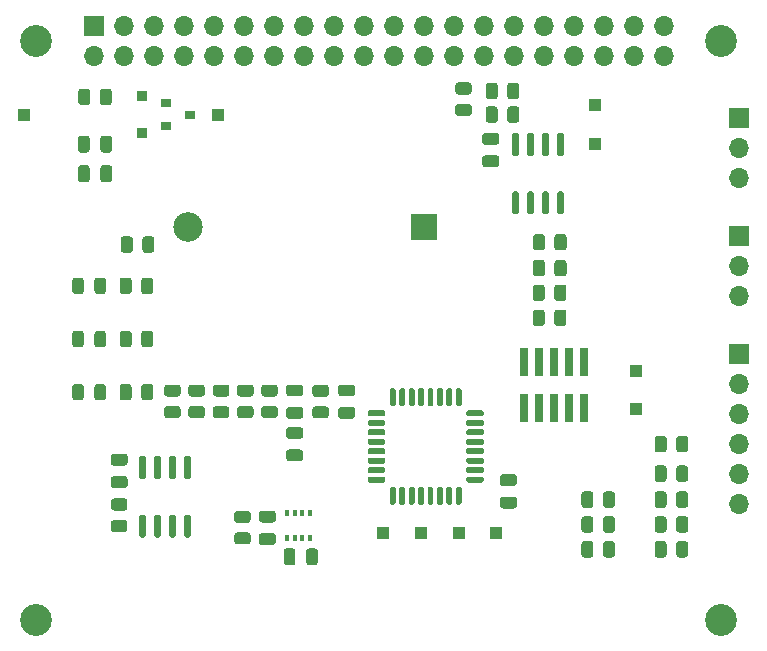
<source format=gts>
G04 #@! TF.GenerationSoftware,KiCad,Pcbnew,(5.1.8)-1*
G04 #@! TF.CreationDate,2020-12-29T20:44:18-05:00*
G04 #@! TF.ProjectId,rpi_sensor_hat,7270695f-7365-46e7-936f-725f6861742e,rev?*
G04 #@! TF.SameCoordinates,Original*
G04 #@! TF.FileFunction,Soldermask,Top*
G04 #@! TF.FilePolarity,Negative*
%FSLAX46Y46*%
G04 Gerber Fmt 4.6, Leading zero omitted, Abs format (unit mm)*
G04 Created by KiCad (PCBNEW (5.1.8)-1) date 2020-12-29 20:44:18*
%MOMM*%
%LPD*%
G01*
G04 APERTURE LIST*
%ADD10O,1.700000X1.700000*%
%ADD11R,1.700000X1.700000*%
%ADD12R,1.000000X1.000000*%
%ADD13R,0.740000X2.400000*%
%ADD14C,2.700000*%
%ADD15R,0.900000X0.800000*%
%ADD16R,0.950000X0.900000*%
%ADD17R,0.350000X0.500000*%
%ADD18C,2.500000*%
%ADD19R,2.170000X2.170000*%
G04 APERTURE END LIST*
G36*
G01*
X61700000Y-70549999D02*
X61700000Y-71450001D01*
G75*
G02*
X61450001Y-71700000I-249999J0D01*
G01*
X60924999Y-71700000D01*
G75*
G02*
X60675000Y-71450001I0J249999D01*
G01*
X60675000Y-70549999D01*
G75*
G02*
X60924999Y-70300000I249999J0D01*
G01*
X61450001Y-70300000D01*
G75*
G02*
X61700000Y-70549999I0J-249999D01*
G01*
G37*
G36*
G01*
X63525000Y-70549999D02*
X63525000Y-71450001D01*
G75*
G02*
X63275001Y-71700000I-249999J0D01*
G01*
X62749999Y-71700000D01*
G75*
G02*
X62500000Y-71450001I0J249999D01*
G01*
X62500000Y-70549999D01*
G75*
G02*
X62749999Y-70300000I249999J0D01*
G01*
X63275001Y-70300000D01*
G75*
G02*
X63525000Y-70549999I0J-249999D01*
G01*
G37*
D10*
X81233600Y-52482000D03*
X104093600Y-55022000D03*
X99013600Y-55022000D03*
X63453600Y-55022000D03*
X76153600Y-52482000D03*
X78693600Y-52482000D03*
X60913600Y-55022000D03*
X76153600Y-55022000D03*
X86313600Y-55022000D03*
X83773600Y-52482000D03*
X96473600Y-55022000D03*
X101553600Y-52482000D03*
X65993600Y-55022000D03*
X106633600Y-52482000D03*
X73613600Y-55022000D03*
X65993600Y-52482000D03*
X63453600Y-52482000D03*
X71073600Y-55022000D03*
X96473600Y-52482000D03*
X60913600Y-52482000D03*
X81233600Y-55022000D03*
X91393600Y-52482000D03*
X78693600Y-55022000D03*
X88853600Y-55022000D03*
X93933600Y-55022000D03*
X68533600Y-55022000D03*
X101553600Y-55022000D03*
X68533600Y-52482000D03*
X73613600Y-52482000D03*
X99013600Y-52482000D03*
X93933600Y-52482000D03*
X104093600Y-52482000D03*
X91393600Y-55022000D03*
X58373600Y-55022000D03*
X88853600Y-52482000D03*
X86313600Y-52482000D03*
X106633600Y-55022000D03*
X83773600Y-55022000D03*
D11*
X58373600Y-52482000D03*
D10*
X71073600Y-52482000D03*
G36*
G01*
X72824999Y-84675000D02*
X73725001Y-84675000D01*
G75*
G02*
X73975000Y-84924999I0J-249999D01*
G01*
X73975000Y-85450001D01*
G75*
G02*
X73725001Y-85700000I-249999J0D01*
G01*
X72824999Y-85700000D01*
G75*
G02*
X72575000Y-85450001I0J249999D01*
G01*
X72575000Y-84924999D01*
G75*
G02*
X72824999Y-84675000I249999J0D01*
G01*
G37*
G36*
G01*
X72824999Y-82850000D02*
X73725001Y-82850000D01*
G75*
G02*
X73975000Y-83099999I0J-249999D01*
G01*
X73975000Y-83625001D01*
G75*
G02*
X73725001Y-83875000I-249999J0D01*
G01*
X72824999Y-83875000D01*
G75*
G02*
X72575000Y-83625001I0J249999D01*
G01*
X72575000Y-83099999D01*
G75*
G02*
X72824999Y-82850000I249999J0D01*
G01*
G37*
D12*
X68900000Y-60000000D03*
G36*
G01*
X61600000Y-83049999D02*
X61600000Y-83950001D01*
G75*
G02*
X61350001Y-84200000I-249999J0D01*
G01*
X60824999Y-84200000D01*
G75*
G02*
X60575000Y-83950001I0J249999D01*
G01*
X60575000Y-83049999D01*
G75*
G02*
X60824999Y-82800000I249999J0D01*
G01*
X61350001Y-82800000D01*
G75*
G02*
X61600000Y-83049999I0J-249999D01*
G01*
G37*
G36*
G01*
X63425000Y-83049999D02*
X63425000Y-83950001D01*
G75*
G02*
X63175001Y-84200000I-249999J0D01*
G01*
X62649999Y-84200000D01*
G75*
G02*
X62400000Y-83950001I0J249999D01*
G01*
X62400000Y-83049999D01*
G75*
G02*
X62649999Y-82800000I249999J0D01*
G01*
X63175001Y-82800000D01*
G75*
G02*
X63425000Y-83049999I0J-249999D01*
G01*
G37*
G36*
G01*
X61600000Y-78549999D02*
X61600000Y-79450001D01*
G75*
G02*
X61350001Y-79700000I-249999J0D01*
G01*
X60824999Y-79700000D01*
G75*
G02*
X60575000Y-79450001I0J249999D01*
G01*
X60575000Y-78549999D01*
G75*
G02*
X60824999Y-78300000I249999J0D01*
G01*
X61350001Y-78300000D01*
G75*
G02*
X61600000Y-78549999I0J-249999D01*
G01*
G37*
G36*
G01*
X63425000Y-78549999D02*
X63425000Y-79450001D01*
G75*
G02*
X63175001Y-79700000I-249999J0D01*
G01*
X62649999Y-79700000D01*
G75*
G02*
X62400000Y-79450001I0J249999D01*
G01*
X62400000Y-78549999D01*
G75*
G02*
X62649999Y-78300000I249999J0D01*
G01*
X63175001Y-78300000D01*
G75*
G02*
X63425000Y-78549999I0J-249999D01*
G01*
G37*
G36*
G01*
X77149999Y-84700000D02*
X78050001Y-84700000D01*
G75*
G02*
X78300000Y-84949999I0J-249999D01*
G01*
X78300000Y-85475001D01*
G75*
G02*
X78050001Y-85725000I-249999J0D01*
G01*
X77149999Y-85725000D01*
G75*
G02*
X76900000Y-85475001I0J249999D01*
G01*
X76900000Y-84949999D01*
G75*
G02*
X77149999Y-84700000I249999J0D01*
G01*
G37*
G36*
G01*
X77149999Y-82875000D02*
X78050001Y-82875000D01*
G75*
G02*
X78300000Y-83124999I0J-249999D01*
G01*
X78300000Y-83650001D01*
G75*
G02*
X78050001Y-83900000I-249999J0D01*
G01*
X77149999Y-83900000D01*
G75*
G02*
X76900000Y-83650001I0J249999D01*
G01*
X76900000Y-83124999D01*
G75*
G02*
X77149999Y-82875000I249999J0D01*
G01*
G37*
G36*
G01*
X100700000Y-96349999D02*
X100700000Y-97250001D01*
G75*
G02*
X100450001Y-97500000I-249999J0D01*
G01*
X99924999Y-97500000D01*
G75*
G02*
X99675000Y-97250001I0J249999D01*
G01*
X99675000Y-96349999D01*
G75*
G02*
X99924999Y-96100000I249999J0D01*
G01*
X100450001Y-96100000D01*
G75*
G02*
X100700000Y-96349999I0J-249999D01*
G01*
G37*
G36*
G01*
X102525000Y-96349999D02*
X102525000Y-97250001D01*
G75*
G02*
X102275001Y-97500000I-249999J0D01*
G01*
X101749999Y-97500000D01*
G75*
G02*
X101500000Y-97250001I0J249999D01*
G01*
X101500000Y-96349999D01*
G75*
G02*
X101749999Y-96100000I249999J0D01*
G01*
X102275001Y-96100000D01*
G75*
G02*
X102525000Y-96349999I0J-249999D01*
G01*
G37*
G36*
G01*
X106900000Y-96349999D02*
X106900000Y-97250001D01*
G75*
G02*
X106650001Y-97500000I-249999J0D01*
G01*
X106124999Y-97500000D01*
G75*
G02*
X105875000Y-97250001I0J249999D01*
G01*
X105875000Y-96349999D01*
G75*
G02*
X106124999Y-96100000I249999J0D01*
G01*
X106650001Y-96100000D01*
G75*
G02*
X106900000Y-96349999I0J-249999D01*
G01*
G37*
G36*
G01*
X108725000Y-96349999D02*
X108725000Y-97250001D01*
G75*
G02*
X108475001Y-97500000I-249999J0D01*
G01*
X107949999Y-97500000D01*
G75*
G02*
X107700000Y-97250001I0J249999D01*
G01*
X107700000Y-96349999D01*
G75*
G02*
X107949999Y-96100000I249999J0D01*
G01*
X108475001Y-96100000D01*
G75*
G02*
X108725000Y-96349999I0J-249999D01*
G01*
G37*
G36*
G01*
X97390000Y-75540001D02*
X97390000Y-74639999D01*
G75*
G02*
X97639999Y-74390000I249999J0D01*
G01*
X98165001Y-74390000D01*
G75*
G02*
X98415000Y-74639999I0J-249999D01*
G01*
X98415000Y-75540001D01*
G75*
G02*
X98165001Y-75790000I-249999J0D01*
G01*
X97639999Y-75790000D01*
G75*
G02*
X97390000Y-75540001I0J249999D01*
G01*
G37*
G36*
G01*
X95565000Y-75540001D02*
X95565000Y-74639999D01*
G75*
G02*
X95814999Y-74390000I249999J0D01*
G01*
X96340001Y-74390000D01*
G75*
G02*
X96590000Y-74639999I0J-249999D01*
G01*
X96590000Y-75540001D01*
G75*
G02*
X96340001Y-75790000I-249999J0D01*
G01*
X95814999Y-75790000D01*
G75*
G02*
X95565000Y-75540001I0J249999D01*
G01*
G37*
G36*
G01*
X97380000Y-77650001D02*
X97380000Y-76749999D01*
G75*
G02*
X97629999Y-76500000I249999J0D01*
G01*
X98155001Y-76500000D01*
G75*
G02*
X98405000Y-76749999I0J-249999D01*
G01*
X98405000Y-77650001D01*
G75*
G02*
X98155001Y-77900000I-249999J0D01*
G01*
X97629999Y-77900000D01*
G75*
G02*
X97380000Y-77650001I0J249999D01*
G01*
G37*
G36*
G01*
X95555000Y-77650001D02*
X95555000Y-76749999D01*
G75*
G02*
X95804999Y-76500000I249999J0D01*
G01*
X96330001Y-76500000D01*
G75*
G02*
X96580000Y-76749999I0J-249999D01*
G01*
X96580000Y-77650001D01*
G75*
G02*
X96330001Y-77900000I-249999J0D01*
G01*
X95804999Y-77900000D01*
G75*
G02*
X95555000Y-77650001I0J249999D01*
G01*
G37*
G36*
G01*
X100700000Y-94249999D02*
X100700000Y-95150001D01*
G75*
G02*
X100450001Y-95400000I-249999J0D01*
G01*
X99924999Y-95400000D01*
G75*
G02*
X99675000Y-95150001I0J249999D01*
G01*
X99675000Y-94249999D01*
G75*
G02*
X99924999Y-94000000I249999J0D01*
G01*
X100450001Y-94000000D01*
G75*
G02*
X100700000Y-94249999I0J-249999D01*
G01*
G37*
G36*
G01*
X102525000Y-94249999D02*
X102525000Y-95150001D01*
G75*
G02*
X102275001Y-95400000I-249999J0D01*
G01*
X101749999Y-95400000D01*
G75*
G02*
X101500000Y-95150001I0J249999D01*
G01*
X101500000Y-94249999D01*
G75*
G02*
X101749999Y-94000000I249999J0D01*
G01*
X102275001Y-94000000D01*
G75*
G02*
X102525000Y-94249999I0J-249999D01*
G01*
G37*
G36*
G01*
X106900000Y-94249999D02*
X106900000Y-95150001D01*
G75*
G02*
X106650001Y-95400000I-249999J0D01*
G01*
X106124999Y-95400000D01*
G75*
G02*
X105875000Y-95150001I0J249999D01*
G01*
X105875000Y-94249999D01*
G75*
G02*
X106124999Y-94000000I249999J0D01*
G01*
X106650001Y-94000000D01*
G75*
G02*
X106900000Y-94249999I0J-249999D01*
G01*
G37*
G36*
G01*
X108725000Y-94249999D02*
X108725000Y-95150001D01*
G75*
G02*
X108475001Y-95400000I-249999J0D01*
G01*
X107949999Y-95400000D01*
G75*
G02*
X107700000Y-95150001I0J249999D01*
G01*
X107700000Y-94249999D01*
G75*
G02*
X107949999Y-94000000I249999J0D01*
G01*
X108475001Y-94000000D01*
G75*
G02*
X108725000Y-94249999I0J-249999D01*
G01*
G37*
G36*
G01*
X96600000Y-70349999D02*
X96600000Y-71250001D01*
G75*
G02*
X96350001Y-71500000I-249999J0D01*
G01*
X95824999Y-71500000D01*
G75*
G02*
X95575000Y-71250001I0J249999D01*
G01*
X95575000Y-70349999D01*
G75*
G02*
X95824999Y-70100000I249999J0D01*
G01*
X96350001Y-70100000D01*
G75*
G02*
X96600000Y-70349999I0J-249999D01*
G01*
G37*
G36*
G01*
X98425000Y-70349999D02*
X98425000Y-71250001D01*
G75*
G02*
X98175001Y-71500000I-249999J0D01*
G01*
X97649999Y-71500000D01*
G75*
G02*
X97400000Y-71250001I0J249999D01*
G01*
X97400000Y-70349999D01*
G75*
G02*
X97649999Y-70100000I249999J0D01*
G01*
X98175001Y-70100000D01*
G75*
G02*
X98425000Y-70349999I0J-249999D01*
G01*
G37*
G36*
G01*
X97400000Y-73450001D02*
X97400000Y-72549999D01*
G75*
G02*
X97649999Y-72300000I249999J0D01*
G01*
X98175001Y-72300000D01*
G75*
G02*
X98425000Y-72549999I0J-249999D01*
G01*
X98425000Y-73450001D01*
G75*
G02*
X98175001Y-73700000I-249999J0D01*
G01*
X97649999Y-73700000D01*
G75*
G02*
X97400000Y-73450001I0J249999D01*
G01*
G37*
G36*
G01*
X95575000Y-73450001D02*
X95575000Y-72549999D01*
G75*
G02*
X95824999Y-72300000I249999J0D01*
G01*
X96350001Y-72300000D01*
G75*
G02*
X96600000Y-72549999I0J-249999D01*
G01*
X96600000Y-73450001D01*
G75*
G02*
X96350001Y-73700000I-249999J0D01*
G01*
X95824999Y-73700000D01*
G75*
G02*
X95575000Y-73450001I0J249999D01*
G01*
G37*
G36*
G01*
X100700000Y-92149999D02*
X100700000Y-93050001D01*
G75*
G02*
X100450001Y-93300000I-249999J0D01*
G01*
X99924999Y-93300000D01*
G75*
G02*
X99675000Y-93050001I0J249999D01*
G01*
X99675000Y-92149999D01*
G75*
G02*
X99924999Y-91900000I249999J0D01*
G01*
X100450001Y-91900000D01*
G75*
G02*
X100700000Y-92149999I0J-249999D01*
G01*
G37*
G36*
G01*
X102525000Y-92149999D02*
X102525000Y-93050001D01*
G75*
G02*
X102275001Y-93300000I-249999J0D01*
G01*
X101749999Y-93300000D01*
G75*
G02*
X101500000Y-93050001I0J249999D01*
G01*
X101500000Y-92149999D01*
G75*
G02*
X101749999Y-91900000I249999J0D01*
G01*
X102275001Y-91900000D01*
G75*
G02*
X102525000Y-92149999I0J-249999D01*
G01*
G37*
G36*
G01*
X106900000Y-92149999D02*
X106900000Y-93050001D01*
G75*
G02*
X106650001Y-93300000I-249999J0D01*
G01*
X106124999Y-93300000D01*
G75*
G02*
X105875000Y-93050001I0J249999D01*
G01*
X105875000Y-92149999D01*
G75*
G02*
X106124999Y-91900000I249999J0D01*
G01*
X106650001Y-91900000D01*
G75*
G02*
X106900000Y-92149999I0J-249999D01*
G01*
G37*
G36*
G01*
X108725000Y-92149999D02*
X108725000Y-93050001D01*
G75*
G02*
X108475001Y-93300000I-249999J0D01*
G01*
X107949999Y-93300000D01*
G75*
G02*
X107700000Y-93050001I0J249999D01*
G01*
X107700000Y-92149999D01*
G75*
G02*
X107949999Y-91900000I249999J0D01*
G01*
X108475001Y-91900000D01*
G75*
G02*
X108725000Y-92149999I0J-249999D01*
G01*
G37*
G36*
G01*
X60089999Y-94320000D02*
X60990001Y-94320000D01*
G75*
G02*
X61240000Y-94569999I0J-249999D01*
G01*
X61240000Y-95095001D01*
G75*
G02*
X60990001Y-95345000I-249999J0D01*
G01*
X60089999Y-95345000D01*
G75*
G02*
X59840000Y-95095001I0J249999D01*
G01*
X59840000Y-94569999D01*
G75*
G02*
X60089999Y-94320000I249999J0D01*
G01*
G37*
G36*
G01*
X60089999Y-92495000D02*
X60990001Y-92495000D01*
G75*
G02*
X61240000Y-92744999I0J-249999D01*
G01*
X61240000Y-93270001D01*
G75*
G02*
X60990001Y-93520000I-249999J0D01*
G01*
X60089999Y-93520000D01*
G75*
G02*
X59840000Y-93270001I0J249999D01*
G01*
X59840000Y-92744999D01*
G75*
G02*
X60089999Y-92495000I249999J0D01*
G01*
G37*
D13*
X99940000Y-80950000D03*
X99940000Y-84850000D03*
X98670000Y-80950000D03*
X98670000Y-84850000D03*
X97400000Y-80950000D03*
X97400000Y-84850000D03*
X96130000Y-80950000D03*
X96130000Y-84850000D03*
X94860000Y-80950000D03*
X94860000Y-84850000D03*
D10*
X113000000Y-75330000D03*
X113000000Y-72790000D03*
D11*
X113000000Y-70250000D03*
D14*
X53500000Y-53750000D03*
X111500000Y-102750000D03*
X53500000Y-102750000D03*
X111500000Y-53750000D03*
G36*
G01*
X58450000Y-83956250D02*
X58450000Y-83043750D01*
G75*
G02*
X58693750Y-82800000I243750J0D01*
G01*
X59181250Y-82800000D01*
G75*
G02*
X59425000Y-83043750I0J-243750D01*
G01*
X59425000Y-83956250D01*
G75*
G02*
X59181250Y-84200000I-243750J0D01*
G01*
X58693750Y-84200000D01*
G75*
G02*
X58450000Y-83956250I0J243750D01*
G01*
G37*
G36*
G01*
X56575000Y-83956250D02*
X56575000Y-83043750D01*
G75*
G02*
X56818750Y-82800000I243750J0D01*
G01*
X57306250Y-82800000D01*
G75*
G02*
X57550000Y-83043750I0J-243750D01*
G01*
X57550000Y-83956250D01*
G75*
G02*
X57306250Y-84200000I-243750J0D01*
G01*
X56818750Y-84200000D01*
G75*
G02*
X56575000Y-83956250I0J243750D01*
G01*
G37*
G36*
G01*
X58450000Y-79456250D02*
X58450000Y-78543750D01*
G75*
G02*
X58693750Y-78300000I243750J0D01*
G01*
X59181250Y-78300000D01*
G75*
G02*
X59425000Y-78543750I0J-243750D01*
G01*
X59425000Y-79456250D01*
G75*
G02*
X59181250Y-79700000I-243750J0D01*
G01*
X58693750Y-79700000D01*
G75*
G02*
X58450000Y-79456250I0J243750D01*
G01*
G37*
G36*
G01*
X56575000Y-79456250D02*
X56575000Y-78543750D01*
G75*
G02*
X56818750Y-78300000I243750J0D01*
G01*
X57306250Y-78300000D01*
G75*
G02*
X57550000Y-78543750I0J-243750D01*
G01*
X57550000Y-79456250D01*
G75*
G02*
X57306250Y-79700000I-243750J0D01*
G01*
X56818750Y-79700000D01*
G75*
G02*
X56575000Y-79456250I0J243750D01*
G01*
G37*
G36*
G01*
X75875000Y-83850000D02*
X74925000Y-83850000D01*
G75*
G02*
X74675000Y-83600000I0J250000D01*
G01*
X74675000Y-83100000D01*
G75*
G02*
X74925000Y-82850000I250000J0D01*
G01*
X75875000Y-82850000D01*
G75*
G02*
X76125000Y-83100000I0J-250000D01*
G01*
X76125000Y-83600000D01*
G75*
G02*
X75875000Y-83850000I-250000J0D01*
G01*
G37*
G36*
G01*
X75875000Y-85750000D02*
X74925000Y-85750000D01*
G75*
G02*
X74675000Y-85500000I0J250000D01*
G01*
X74675000Y-85000000D01*
G75*
G02*
X74925000Y-84750000I250000J0D01*
G01*
X75875000Y-84750000D01*
G75*
G02*
X76125000Y-85000000I0J-250000D01*
G01*
X76125000Y-85500000D01*
G75*
G02*
X75875000Y-85750000I-250000J0D01*
G01*
G37*
D12*
X86100000Y-95450000D03*
X89300000Y-95450000D03*
X104300000Y-84925000D03*
X82850000Y-95450000D03*
X100800000Y-62500000D03*
X104300000Y-81725000D03*
X92475000Y-95450000D03*
X100800000Y-59200000D03*
X52500000Y-60000000D03*
G36*
G01*
X83450000Y-84550000D02*
X83450000Y-83300000D01*
G75*
G02*
X83575000Y-83175000I125000J0D01*
G01*
X83825000Y-83175000D01*
G75*
G02*
X83950000Y-83300000I0J-125000D01*
G01*
X83950000Y-84550000D01*
G75*
G02*
X83825000Y-84675000I-125000J0D01*
G01*
X83575000Y-84675000D01*
G75*
G02*
X83450000Y-84550000I0J125000D01*
G01*
G37*
G36*
G01*
X84250000Y-84550000D02*
X84250000Y-83300000D01*
G75*
G02*
X84375000Y-83175000I125000J0D01*
G01*
X84625000Y-83175000D01*
G75*
G02*
X84750000Y-83300000I0J-125000D01*
G01*
X84750000Y-84550000D01*
G75*
G02*
X84625000Y-84675000I-125000J0D01*
G01*
X84375000Y-84675000D01*
G75*
G02*
X84250000Y-84550000I0J125000D01*
G01*
G37*
G36*
G01*
X85050000Y-84550000D02*
X85050000Y-83300000D01*
G75*
G02*
X85175000Y-83175000I125000J0D01*
G01*
X85425000Y-83175000D01*
G75*
G02*
X85550000Y-83300000I0J-125000D01*
G01*
X85550000Y-84550000D01*
G75*
G02*
X85425000Y-84675000I-125000J0D01*
G01*
X85175000Y-84675000D01*
G75*
G02*
X85050000Y-84550000I0J125000D01*
G01*
G37*
G36*
G01*
X85850000Y-84550000D02*
X85850000Y-83300000D01*
G75*
G02*
X85975000Y-83175000I125000J0D01*
G01*
X86225000Y-83175000D01*
G75*
G02*
X86350000Y-83300000I0J-125000D01*
G01*
X86350000Y-84550000D01*
G75*
G02*
X86225000Y-84675000I-125000J0D01*
G01*
X85975000Y-84675000D01*
G75*
G02*
X85850000Y-84550000I0J125000D01*
G01*
G37*
G36*
G01*
X86650000Y-84550000D02*
X86650000Y-83300000D01*
G75*
G02*
X86775000Y-83175000I125000J0D01*
G01*
X87025000Y-83175000D01*
G75*
G02*
X87150000Y-83300000I0J-125000D01*
G01*
X87150000Y-84550000D01*
G75*
G02*
X87025000Y-84675000I-125000J0D01*
G01*
X86775000Y-84675000D01*
G75*
G02*
X86650000Y-84550000I0J125000D01*
G01*
G37*
G36*
G01*
X87450000Y-84550000D02*
X87450000Y-83300000D01*
G75*
G02*
X87575000Y-83175000I125000J0D01*
G01*
X87825000Y-83175000D01*
G75*
G02*
X87950000Y-83300000I0J-125000D01*
G01*
X87950000Y-84550000D01*
G75*
G02*
X87825000Y-84675000I-125000J0D01*
G01*
X87575000Y-84675000D01*
G75*
G02*
X87450000Y-84550000I0J125000D01*
G01*
G37*
G36*
G01*
X88250000Y-84550000D02*
X88250000Y-83300000D01*
G75*
G02*
X88375000Y-83175000I125000J0D01*
G01*
X88625000Y-83175000D01*
G75*
G02*
X88750000Y-83300000I0J-125000D01*
G01*
X88750000Y-84550000D01*
G75*
G02*
X88625000Y-84675000I-125000J0D01*
G01*
X88375000Y-84675000D01*
G75*
G02*
X88250000Y-84550000I0J125000D01*
G01*
G37*
G36*
G01*
X89050000Y-84550000D02*
X89050000Y-83300000D01*
G75*
G02*
X89175000Y-83175000I125000J0D01*
G01*
X89425000Y-83175000D01*
G75*
G02*
X89550000Y-83300000I0J-125000D01*
G01*
X89550000Y-84550000D01*
G75*
G02*
X89425000Y-84675000I-125000J0D01*
G01*
X89175000Y-84675000D01*
G75*
G02*
X89050000Y-84550000I0J125000D01*
G01*
G37*
G36*
G01*
X89925000Y-85425000D02*
X89925000Y-85175000D01*
G75*
G02*
X90050000Y-85050000I125000J0D01*
G01*
X91300000Y-85050000D01*
G75*
G02*
X91425000Y-85175000I0J-125000D01*
G01*
X91425000Y-85425000D01*
G75*
G02*
X91300000Y-85550000I-125000J0D01*
G01*
X90050000Y-85550000D01*
G75*
G02*
X89925000Y-85425000I0J125000D01*
G01*
G37*
G36*
G01*
X89925000Y-86225000D02*
X89925000Y-85975000D01*
G75*
G02*
X90050000Y-85850000I125000J0D01*
G01*
X91300000Y-85850000D01*
G75*
G02*
X91425000Y-85975000I0J-125000D01*
G01*
X91425000Y-86225000D01*
G75*
G02*
X91300000Y-86350000I-125000J0D01*
G01*
X90050000Y-86350000D01*
G75*
G02*
X89925000Y-86225000I0J125000D01*
G01*
G37*
G36*
G01*
X89925000Y-87025000D02*
X89925000Y-86775000D01*
G75*
G02*
X90050000Y-86650000I125000J0D01*
G01*
X91300000Y-86650000D01*
G75*
G02*
X91425000Y-86775000I0J-125000D01*
G01*
X91425000Y-87025000D01*
G75*
G02*
X91300000Y-87150000I-125000J0D01*
G01*
X90050000Y-87150000D01*
G75*
G02*
X89925000Y-87025000I0J125000D01*
G01*
G37*
G36*
G01*
X89925000Y-87825000D02*
X89925000Y-87575000D01*
G75*
G02*
X90050000Y-87450000I125000J0D01*
G01*
X91300000Y-87450000D01*
G75*
G02*
X91425000Y-87575000I0J-125000D01*
G01*
X91425000Y-87825000D01*
G75*
G02*
X91300000Y-87950000I-125000J0D01*
G01*
X90050000Y-87950000D01*
G75*
G02*
X89925000Y-87825000I0J125000D01*
G01*
G37*
G36*
G01*
X89925000Y-88625000D02*
X89925000Y-88375000D01*
G75*
G02*
X90050000Y-88250000I125000J0D01*
G01*
X91300000Y-88250000D01*
G75*
G02*
X91425000Y-88375000I0J-125000D01*
G01*
X91425000Y-88625000D01*
G75*
G02*
X91300000Y-88750000I-125000J0D01*
G01*
X90050000Y-88750000D01*
G75*
G02*
X89925000Y-88625000I0J125000D01*
G01*
G37*
G36*
G01*
X89925000Y-89425000D02*
X89925000Y-89175000D01*
G75*
G02*
X90050000Y-89050000I125000J0D01*
G01*
X91300000Y-89050000D01*
G75*
G02*
X91425000Y-89175000I0J-125000D01*
G01*
X91425000Y-89425000D01*
G75*
G02*
X91300000Y-89550000I-125000J0D01*
G01*
X90050000Y-89550000D01*
G75*
G02*
X89925000Y-89425000I0J125000D01*
G01*
G37*
G36*
G01*
X89925000Y-90225000D02*
X89925000Y-89975000D01*
G75*
G02*
X90050000Y-89850000I125000J0D01*
G01*
X91300000Y-89850000D01*
G75*
G02*
X91425000Y-89975000I0J-125000D01*
G01*
X91425000Y-90225000D01*
G75*
G02*
X91300000Y-90350000I-125000J0D01*
G01*
X90050000Y-90350000D01*
G75*
G02*
X89925000Y-90225000I0J125000D01*
G01*
G37*
G36*
G01*
X89925000Y-91025000D02*
X89925000Y-90775000D01*
G75*
G02*
X90050000Y-90650000I125000J0D01*
G01*
X91300000Y-90650000D01*
G75*
G02*
X91425000Y-90775000I0J-125000D01*
G01*
X91425000Y-91025000D01*
G75*
G02*
X91300000Y-91150000I-125000J0D01*
G01*
X90050000Y-91150000D01*
G75*
G02*
X89925000Y-91025000I0J125000D01*
G01*
G37*
G36*
G01*
X89050000Y-92900000D02*
X89050000Y-91650000D01*
G75*
G02*
X89175000Y-91525000I125000J0D01*
G01*
X89425000Y-91525000D01*
G75*
G02*
X89550000Y-91650000I0J-125000D01*
G01*
X89550000Y-92900000D01*
G75*
G02*
X89425000Y-93025000I-125000J0D01*
G01*
X89175000Y-93025000D01*
G75*
G02*
X89050000Y-92900000I0J125000D01*
G01*
G37*
G36*
G01*
X88250000Y-92900000D02*
X88250000Y-91650000D01*
G75*
G02*
X88375000Y-91525000I125000J0D01*
G01*
X88625000Y-91525000D01*
G75*
G02*
X88750000Y-91650000I0J-125000D01*
G01*
X88750000Y-92900000D01*
G75*
G02*
X88625000Y-93025000I-125000J0D01*
G01*
X88375000Y-93025000D01*
G75*
G02*
X88250000Y-92900000I0J125000D01*
G01*
G37*
G36*
G01*
X87450000Y-92900000D02*
X87450000Y-91650000D01*
G75*
G02*
X87575000Y-91525000I125000J0D01*
G01*
X87825000Y-91525000D01*
G75*
G02*
X87950000Y-91650000I0J-125000D01*
G01*
X87950000Y-92900000D01*
G75*
G02*
X87825000Y-93025000I-125000J0D01*
G01*
X87575000Y-93025000D01*
G75*
G02*
X87450000Y-92900000I0J125000D01*
G01*
G37*
G36*
G01*
X86650000Y-92900000D02*
X86650000Y-91650000D01*
G75*
G02*
X86775000Y-91525000I125000J0D01*
G01*
X87025000Y-91525000D01*
G75*
G02*
X87150000Y-91650000I0J-125000D01*
G01*
X87150000Y-92900000D01*
G75*
G02*
X87025000Y-93025000I-125000J0D01*
G01*
X86775000Y-93025000D01*
G75*
G02*
X86650000Y-92900000I0J125000D01*
G01*
G37*
G36*
G01*
X85850000Y-92900000D02*
X85850000Y-91650000D01*
G75*
G02*
X85975000Y-91525000I125000J0D01*
G01*
X86225000Y-91525000D01*
G75*
G02*
X86350000Y-91650000I0J-125000D01*
G01*
X86350000Y-92900000D01*
G75*
G02*
X86225000Y-93025000I-125000J0D01*
G01*
X85975000Y-93025000D01*
G75*
G02*
X85850000Y-92900000I0J125000D01*
G01*
G37*
G36*
G01*
X85050000Y-92900000D02*
X85050000Y-91650000D01*
G75*
G02*
X85175000Y-91525000I125000J0D01*
G01*
X85425000Y-91525000D01*
G75*
G02*
X85550000Y-91650000I0J-125000D01*
G01*
X85550000Y-92900000D01*
G75*
G02*
X85425000Y-93025000I-125000J0D01*
G01*
X85175000Y-93025000D01*
G75*
G02*
X85050000Y-92900000I0J125000D01*
G01*
G37*
G36*
G01*
X84250000Y-92900000D02*
X84250000Y-91650000D01*
G75*
G02*
X84375000Y-91525000I125000J0D01*
G01*
X84625000Y-91525000D01*
G75*
G02*
X84750000Y-91650000I0J-125000D01*
G01*
X84750000Y-92900000D01*
G75*
G02*
X84625000Y-93025000I-125000J0D01*
G01*
X84375000Y-93025000D01*
G75*
G02*
X84250000Y-92900000I0J125000D01*
G01*
G37*
G36*
G01*
X83450000Y-92900000D02*
X83450000Y-91650000D01*
G75*
G02*
X83575000Y-91525000I125000J0D01*
G01*
X83825000Y-91525000D01*
G75*
G02*
X83950000Y-91650000I0J-125000D01*
G01*
X83950000Y-92900000D01*
G75*
G02*
X83825000Y-93025000I-125000J0D01*
G01*
X83575000Y-93025000D01*
G75*
G02*
X83450000Y-92900000I0J125000D01*
G01*
G37*
G36*
G01*
X81575000Y-91025000D02*
X81575000Y-90775000D01*
G75*
G02*
X81700000Y-90650000I125000J0D01*
G01*
X82950000Y-90650000D01*
G75*
G02*
X83075000Y-90775000I0J-125000D01*
G01*
X83075000Y-91025000D01*
G75*
G02*
X82950000Y-91150000I-125000J0D01*
G01*
X81700000Y-91150000D01*
G75*
G02*
X81575000Y-91025000I0J125000D01*
G01*
G37*
G36*
G01*
X81575000Y-90225000D02*
X81575000Y-89975000D01*
G75*
G02*
X81700000Y-89850000I125000J0D01*
G01*
X82950000Y-89850000D01*
G75*
G02*
X83075000Y-89975000I0J-125000D01*
G01*
X83075000Y-90225000D01*
G75*
G02*
X82950000Y-90350000I-125000J0D01*
G01*
X81700000Y-90350000D01*
G75*
G02*
X81575000Y-90225000I0J125000D01*
G01*
G37*
G36*
G01*
X81575000Y-89425000D02*
X81575000Y-89175000D01*
G75*
G02*
X81700000Y-89050000I125000J0D01*
G01*
X82950000Y-89050000D01*
G75*
G02*
X83075000Y-89175000I0J-125000D01*
G01*
X83075000Y-89425000D01*
G75*
G02*
X82950000Y-89550000I-125000J0D01*
G01*
X81700000Y-89550000D01*
G75*
G02*
X81575000Y-89425000I0J125000D01*
G01*
G37*
G36*
G01*
X81575000Y-88625000D02*
X81575000Y-88375000D01*
G75*
G02*
X81700000Y-88250000I125000J0D01*
G01*
X82950000Y-88250000D01*
G75*
G02*
X83075000Y-88375000I0J-125000D01*
G01*
X83075000Y-88625000D01*
G75*
G02*
X82950000Y-88750000I-125000J0D01*
G01*
X81700000Y-88750000D01*
G75*
G02*
X81575000Y-88625000I0J125000D01*
G01*
G37*
G36*
G01*
X81575000Y-87825000D02*
X81575000Y-87575000D01*
G75*
G02*
X81700000Y-87450000I125000J0D01*
G01*
X82950000Y-87450000D01*
G75*
G02*
X83075000Y-87575000I0J-125000D01*
G01*
X83075000Y-87825000D01*
G75*
G02*
X82950000Y-87950000I-125000J0D01*
G01*
X81700000Y-87950000D01*
G75*
G02*
X81575000Y-87825000I0J125000D01*
G01*
G37*
G36*
G01*
X81575000Y-87025000D02*
X81575000Y-86775000D01*
G75*
G02*
X81700000Y-86650000I125000J0D01*
G01*
X82950000Y-86650000D01*
G75*
G02*
X83075000Y-86775000I0J-125000D01*
G01*
X83075000Y-87025000D01*
G75*
G02*
X82950000Y-87150000I-125000J0D01*
G01*
X81700000Y-87150000D01*
G75*
G02*
X81575000Y-87025000I0J125000D01*
G01*
G37*
G36*
G01*
X81575000Y-86225000D02*
X81575000Y-85975000D01*
G75*
G02*
X81700000Y-85850000I125000J0D01*
G01*
X82950000Y-85850000D01*
G75*
G02*
X83075000Y-85975000I0J-125000D01*
G01*
X83075000Y-86225000D01*
G75*
G02*
X82950000Y-86350000I-125000J0D01*
G01*
X81700000Y-86350000D01*
G75*
G02*
X81575000Y-86225000I0J125000D01*
G01*
G37*
G36*
G01*
X81575000Y-85425000D02*
X81575000Y-85175000D01*
G75*
G02*
X81700000Y-85050000I125000J0D01*
G01*
X82950000Y-85050000D01*
G75*
G02*
X83075000Y-85175000I0J-125000D01*
G01*
X83075000Y-85425000D01*
G75*
G02*
X82950000Y-85550000I-125000J0D01*
G01*
X81700000Y-85550000D01*
G75*
G02*
X81575000Y-85425000I0J125000D01*
G01*
G37*
G36*
G01*
X62675000Y-90860000D02*
X62375000Y-90860000D01*
G75*
G02*
X62225000Y-90710000I0J150000D01*
G01*
X62225000Y-89060000D01*
G75*
G02*
X62375000Y-88910000I150000J0D01*
G01*
X62675000Y-88910000D01*
G75*
G02*
X62825000Y-89060000I0J-150000D01*
G01*
X62825000Y-90710000D01*
G75*
G02*
X62675000Y-90860000I-150000J0D01*
G01*
G37*
G36*
G01*
X63945000Y-90860000D02*
X63645000Y-90860000D01*
G75*
G02*
X63495000Y-90710000I0J150000D01*
G01*
X63495000Y-89060000D01*
G75*
G02*
X63645000Y-88910000I150000J0D01*
G01*
X63945000Y-88910000D01*
G75*
G02*
X64095000Y-89060000I0J-150000D01*
G01*
X64095000Y-90710000D01*
G75*
G02*
X63945000Y-90860000I-150000J0D01*
G01*
G37*
G36*
G01*
X65215000Y-90860000D02*
X64915000Y-90860000D01*
G75*
G02*
X64765000Y-90710000I0J150000D01*
G01*
X64765000Y-89060000D01*
G75*
G02*
X64915000Y-88910000I150000J0D01*
G01*
X65215000Y-88910000D01*
G75*
G02*
X65365000Y-89060000I0J-150000D01*
G01*
X65365000Y-90710000D01*
G75*
G02*
X65215000Y-90860000I-150000J0D01*
G01*
G37*
G36*
G01*
X66485000Y-90860000D02*
X66185000Y-90860000D01*
G75*
G02*
X66035000Y-90710000I0J150000D01*
G01*
X66035000Y-89060000D01*
G75*
G02*
X66185000Y-88910000I150000J0D01*
G01*
X66485000Y-88910000D01*
G75*
G02*
X66635000Y-89060000I0J-150000D01*
G01*
X66635000Y-90710000D01*
G75*
G02*
X66485000Y-90860000I-150000J0D01*
G01*
G37*
G36*
G01*
X66485000Y-95810000D02*
X66185000Y-95810000D01*
G75*
G02*
X66035000Y-95660000I0J150000D01*
G01*
X66035000Y-94010000D01*
G75*
G02*
X66185000Y-93860000I150000J0D01*
G01*
X66485000Y-93860000D01*
G75*
G02*
X66635000Y-94010000I0J-150000D01*
G01*
X66635000Y-95660000D01*
G75*
G02*
X66485000Y-95810000I-150000J0D01*
G01*
G37*
G36*
G01*
X65215000Y-95810000D02*
X64915000Y-95810000D01*
G75*
G02*
X64765000Y-95660000I0J150000D01*
G01*
X64765000Y-94010000D01*
G75*
G02*
X64915000Y-93860000I150000J0D01*
G01*
X65215000Y-93860000D01*
G75*
G02*
X65365000Y-94010000I0J-150000D01*
G01*
X65365000Y-95660000D01*
G75*
G02*
X65215000Y-95810000I-150000J0D01*
G01*
G37*
G36*
G01*
X63945000Y-95810000D02*
X63645000Y-95810000D01*
G75*
G02*
X63495000Y-95660000I0J150000D01*
G01*
X63495000Y-94010000D01*
G75*
G02*
X63645000Y-93860000I150000J0D01*
G01*
X63945000Y-93860000D01*
G75*
G02*
X64095000Y-94010000I0J-150000D01*
G01*
X64095000Y-95660000D01*
G75*
G02*
X63945000Y-95810000I-150000J0D01*
G01*
G37*
G36*
G01*
X62675000Y-95810000D02*
X62375000Y-95810000D01*
G75*
G02*
X62225000Y-95660000I0J150000D01*
G01*
X62225000Y-94010000D01*
G75*
G02*
X62375000Y-93860000I150000J0D01*
G01*
X62675000Y-93860000D01*
G75*
G02*
X62825000Y-94010000I0J-150000D01*
G01*
X62825000Y-95660000D01*
G75*
G02*
X62675000Y-95810000I-150000J0D01*
G01*
G37*
G36*
G01*
X94245000Y-63500000D02*
X93945000Y-63500000D01*
G75*
G02*
X93795000Y-63350000I0J150000D01*
G01*
X93795000Y-61700000D01*
G75*
G02*
X93945000Y-61550000I150000J0D01*
G01*
X94245000Y-61550000D01*
G75*
G02*
X94395000Y-61700000I0J-150000D01*
G01*
X94395000Y-63350000D01*
G75*
G02*
X94245000Y-63500000I-150000J0D01*
G01*
G37*
G36*
G01*
X95515000Y-63500000D02*
X95215000Y-63500000D01*
G75*
G02*
X95065000Y-63350000I0J150000D01*
G01*
X95065000Y-61700000D01*
G75*
G02*
X95215000Y-61550000I150000J0D01*
G01*
X95515000Y-61550000D01*
G75*
G02*
X95665000Y-61700000I0J-150000D01*
G01*
X95665000Y-63350000D01*
G75*
G02*
X95515000Y-63500000I-150000J0D01*
G01*
G37*
G36*
G01*
X96785000Y-63500000D02*
X96485000Y-63500000D01*
G75*
G02*
X96335000Y-63350000I0J150000D01*
G01*
X96335000Y-61700000D01*
G75*
G02*
X96485000Y-61550000I150000J0D01*
G01*
X96785000Y-61550000D01*
G75*
G02*
X96935000Y-61700000I0J-150000D01*
G01*
X96935000Y-63350000D01*
G75*
G02*
X96785000Y-63500000I-150000J0D01*
G01*
G37*
G36*
G01*
X98055000Y-63500000D02*
X97755000Y-63500000D01*
G75*
G02*
X97605000Y-63350000I0J150000D01*
G01*
X97605000Y-61700000D01*
G75*
G02*
X97755000Y-61550000I150000J0D01*
G01*
X98055000Y-61550000D01*
G75*
G02*
X98205000Y-61700000I0J-150000D01*
G01*
X98205000Y-63350000D01*
G75*
G02*
X98055000Y-63500000I-150000J0D01*
G01*
G37*
G36*
G01*
X98055000Y-68450000D02*
X97755000Y-68450000D01*
G75*
G02*
X97605000Y-68300000I0J150000D01*
G01*
X97605000Y-66650000D01*
G75*
G02*
X97755000Y-66500000I150000J0D01*
G01*
X98055000Y-66500000D01*
G75*
G02*
X98205000Y-66650000I0J-150000D01*
G01*
X98205000Y-68300000D01*
G75*
G02*
X98055000Y-68450000I-150000J0D01*
G01*
G37*
G36*
G01*
X96785000Y-68450000D02*
X96485000Y-68450000D01*
G75*
G02*
X96335000Y-68300000I0J150000D01*
G01*
X96335000Y-66650000D01*
G75*
G02*
X96485000Y-66500000I150000J0D01*
G01*
X96785000Y-66500000D01*
G75*
G02*
X96935000Y-66650000I0J-150000D01*
G01*
X96935000Y-68300000D01*
G75*
G02*
X96785000Y-68450000I-150000J0D01*
G01*
G37*
G36*
G01*
X95515000Y-68450000D02*
X95215000Y-68450000D01*
G75*
G02*
X95065000Y-68300000I0J150000D01*
G01*
X95065000Y-66650000D01*
G75*
G02*
X95215000Y-66500000I150000J0D01*
G01*
X95515000Y-66500000D01*
G75*
G02*
X95665000Y-66650000I0J-150000D01*
G01*
X95665000Y-68300000D01*
G75*
G02*
X95515000Y-68450000I-150000J0D01*
G01*
G37*
G36*
G01*
X94245000Y-68450000D02*
X93945000Y-68450000D01*
G75*
G02*
X93795000Y-68300000I0J150000D01*
G01*
X93795000Y-66650000D01*
G75*
G02*
X93945000Y-66500000I150000J0D01*
G01*
X94245000Y-66500000D01*
G75*
G02*
X94395000Y-66650000I0J-150000D01*
G01*
X94395000Y-68300000D01*
G75*
G02*
X94245000Y-68450000I-150000J0D01*
G01*
G37*
G36*
G01*
X68724999Y-84675000D02*
X69625001Y-84675000D01*
G75*
G02*
X69875000Y-84924999I0J-249999D01*
G01*
X69875000Y-85450001D01*
G75*
G02*
X69625001Y-85700000I-249999J0D01*
G01*
X68724999Y-85700000D01*
G75*
G02*
X68475000Y-85450001I0J249999D01*
G01*
X68475000Y-84924999D01*
G75*
G02*
X68724999Y-84675000I249999J0D01*
G01*
G37*
G36*
G01*
X68724999Y-82850000D02*
X69625001Y-82850000D01*
G75*
G02*
X69875000Y-83099999I0J-249999D01*
G01*
X69875000Y-83625001D01*
G75*
G02*
X69625001Y-83875000I-249999J0D01*
G01*
X68724999Y-83875000D01*
G75*
G02*
X68475000Y-83625001I0J249999D01*
G01*
X68475000Y-83099999D01*
G75*
G02*
X68724999Y-82850000I249999J0D01*
G01*
G37*
G36*
G01*
X70774999Y-84675000D02*
X71675001Y-84675000D01*
G75*
G02*
X71925000Y-84924999I0J-249999D01*
G01*
X71925000Y-85450001D01*
G75*
G02*
X71675001Y-85700000I-249999J0D01*
G01*
X70774999Y-85700000D01*
G75*
G02*
X70525000Y-85450001I0J249999D01*
G01*
X70525000Y-84924999D01*
G75*
G02*
X70774999Y-84675000I249999J0D01*
G01*
G37*
G36*
G01*
X70774999Y-82850000D02*
X71675001Y-82850000D01*
G75*
G02*
X71925000Y-83099999I0J-249999D01*
G01*
X71925000Y-83625001D01*
G75*
G02*
X71675001Y-83875000I-249999J0D01*
G01*
X70774999Y-83875000D01*
G75*
G02*
X70525000Y-83625001I0J249999D01*
G01*
X70525000Y-83099999D01*
G75*
G02*
X70774999Y-82850000I249999J0D01*
G01*
G37*
G36*
G01*
X67550001Y-83875000D02*
X66649999Y-83875000D01*
G75*
G02*
X66400000Y-83625001I0J249999D01*
G01*
X66400000Y-83099999D01*
G75*
G02*
X66649999Y-82850000I249999J0D01*
G01*
X67550001Y-82850000D01*
G75*
G02*
X67800000Y-83099999I0J-249999D01*
G01*
X67800000Y-83625001D01*
G75*
G02*
X67550001Y-83875000I-249999J0D01*
G01*
G37*
G36*
G01*
X67550001Y-85700000D02*
X66649999Y-85700000D01*
G75*
G02*
X66400000Y-85450001I0J249999D01*
G01*
X66400000Y-84924999D01*
G75*
G02*
X66649999Y-84675000I249999J0D01*
G01*
X67550001Y-84675000D01*
G75*
G02*
X67800000Y-84924999I0J-249999D01*
G01*
X67800000Y-85450001D01*
G75*
G02*
X67550001Y-85700000I-249999J0D01*
G01*
G37*
G36*
G01*
X65500001Y-83875000D02*
X64599999Y-83875000D01*
G75*
G02*
X64350000Y-83625001I0J249999D01*
G01*
X64350000Y-83099999D01*
G75*
G02*
X64599999Y-82850000I249999J0D01*
G01*
X65500001Y-82850000D01*
G75*
G02*
X65750000Y-83099999I0J-249999D01*
G01*
X65750000Y-83625001D01*
G75*
G02*
X65500001Y-83875000I-249999J0D01*
G01*
G37*
G36*
G01*
X65500001Y-85700000D02*
X64599999Y-85700000D01*
G75*
G02*
X64350000Y-85450001I0J249999D01*
G01*
X64350000Y-84924999D01*
G75*
G02*
X64599999Y-84675000I249999J0D01*
G01*
X65500001Y-84675000D01*
G75*
G02*
X65750000Y-84924999I0J-249999D01*
G01*
X65750000Y-85450001D01*
G75*
G02*
X65500001Y-85700000I-249999J0D01*
G01*
G37*
G36*
G01*
X61600000Y-74049999D02*
X61600000Y-74950001D01*
G75*
G02*
X61350001Y-75200000I-249999J0D01*
G01*
X60824999Y-75200000D01*
G75*
G02*
X60575000Y-74950001I0J249999D01*
G01*
X60575000Y-74049999D01*
G75*
G02*
X60824999Y-73800000I249999J0D01*
G01*
X61350001Y-73800000D01*
G75*
G02*
X61600000Y-74049999I0J-249999D01*
G01*
G37*
G36*
G01*
X63425000Y-74049999D02*
X63425000Y-74950001D01*
G75*
G02*
X63175001Y-75200000I-249999J0D01*
G01*
X62649999Y-75200000D01*
G75*
G02*
X62400000Y-74950001I0J249999D01*
G01*
X62400000Y-74049999D01*
G75*
G02*
X62649999Y-73800000I249999J0D01*
G01*
X63175001Y-73800000D01*
G75*
G02*
X63425000Y-74049999I0J-249999D01*
G01*
G37*
G36*
G01*
X71430001Y-94570000D02*
X70529999Y-94570000D01*
G75*
G02*
X70280000Y-94320001I0J249999D01*
G01*
X70280000Y-93794999D01*
G75*
G02*
X70529999Y-93545000I249999J0D01*
G01*
X71430001Y-93545000D01*
G75*
G02*
X71680000Y-93794999I0J-249999D01*
G01*
X71680000Y-94320001D01*
G75*
G02*
X71430001Y-94570000I-249999J0D01*
G01*
G37*
G36*
G01*
X71430001Y-96395000D02*
X70529999Y-96395000D01*
G75*
G02*
X70280000Y-96145001I0J249999D01*
G01*
X70280000Y-95619999D01*
G75*
G02*
X70529999Y-95370000I249999J0D01*
G01*
X71430001Y-95370000D01*
G75*
G02*
X71680000Y-95619999I0J-249999D01*
G01*
X71680000Y-96145001D01*
G75*
G02*
X71430001Y-96395000I-249999J0D01*
G01*
G37*
G36*
G01*
X106900000Y-89949999D02*
X106900000Y-90850001D01*
G75*
G02*
X106650001Y-91100000I-249999J0D01*
G01*
X106124999Y-91100000D01*
G75*
G02*
X105875000Y-90850001I0J249999D01*
G01*
X105875000Y-89949999D01*
G75*
G02*
X106124999Y-89700000I249999J0D01*
G01*
X106650001Y-89700000D01*
G75*
G02*
X106900000Y-89949999I0J-249999D01*
G01*
G37*
G36*
G01*
X108725000Y-89949999D02*
X108725000Y-90850001D01*
G75*
G02*
X108475001Y-91100000I-249999J0D01*
G01*
X107949999Y-91100000D01*
G75*
G02*
X107700000Y-90850001I0J249999D01*
G01*
X107700000Y-89949999D01*
G75*
G02*
X107949999Y-89700000I249999J0D01*
G01*
X108475001Y-89700000D01*
G75*
G02*
X108725000Y-89949999I0J-249999D01*
G01*
G37*
G36*
G01*
X106900000Y-87449999D02*
X106900000Y-88350001D01*
G75*
G02*
X106650001Y-88600000I-249999J0D01*
G01*
X106124999Y-88600000D01*
G75*
G02*
X105875000Y-88350001I0J249999D01*
G01*
X105875000Y-87449999D01*
G75*
G02*
X106124999Y-87200000I249999J0D01*
G01*
X106650001Y-87200000D01*
G75*
G02*
X106900000Y-87449999I0J-249999D01*
G01*
G37*
G36*
G01*
X108725000Y-87449999D02*
X108725000Y-88350001D01*
G75*
G02*
X108475001Y-88600000I-249999J0D01*
G01*
X107949999Y-88600000D01*
G75*
G02*
X107700000Y-88350001I0J249999D01*
G01*
X107700000Y-87449999D01*
G75*
G02*
X107949999Y-87200000I249999J0D01*
G01*
X108475001Y-87200000D01*
G75*
G02*
X108725000Y-87449999I0J-249999D01*
G01*
G37*
G36*
G01*
X93400000Y-58450001D02*
X93400000Y-57549999D01*
G75*
G02*
X93649999Y-57300000I249999J0D01*
G01*
X94175001Y-57300000D01*
G75*
G02*
X94425000Y-57549999I0J-249999D01*
G01*
X94425000Y-58450001D01*
G75*
G02*
X94175001Y-58700000I-249999J0D01*
G01*
X93649999Y-58700000D01*
G75*
G02*
X93400000Y-58450001I0J249999D01*
G01*
G37*
G36*
G01*
X91575000Y-58450001D02*
X91575000Y-57549999D01*
G75*
G02*
X91824999Y-57300000I249999J0D01*
G01*
X92350001Y-57300000D01*
G75*
G02*
X92600000Y-57549999I0J-249999D01*
G01*
X92600000Y-58450001D01*
G75*
G02*
X92350001Y-58700000I-249999J0D01*
G01*
X91824999Y-58700000D01*
G75*
G02*
X91575000Y-58450001I0J249999D01*
G01*
G37*
G36*
G01*
X93400000Y-60450001D02*
X93400000Y-59549999D01*
G75*
G02*
X93649999Y-59300000I249999J0D01*
G01*
X94175001Y-59300000D01*
G75*
G02*
X94425000Y-59549999I0J-249999D01*
G01*
X94425000Y-60450001D01*
G75*
G02*
X94175001Y-60700000I-249999J0D01*
G01*
X93649999Y-60700000D01*
G75*
G02*
X93400000Y-60450001I0J249999D01*
G01*
G37*
G36*
G01*
X91575000Y-60450001D02*
X91575000Y-59549999D01*
G75*
G02*
X91824999Y-59300000I249999J0D01*
G01*
X92350001Y-59300000D01*
G75*
G02*
X92600000Y-59549999I0J-249999D01*
G01*
X92600000Y-60450001D01*
G75*
G02*
X92350001Y-60700000I-249999J0D01*
G01*
X91824999Y-60700000D01*
G75*
G02*
X91575000Y-60450001I0J249999D01*
G01*
G37*
G36*
G01*
X89249999Y-59100000D02*
X90150001Y-59100000D01*
G75*
G02*
X90400000Y-59349999I0J-249999D01*
G01*
X90400000Y-59875001D01*
G75*
G02*
X90150001Y-60125000I-249999J0D01*
G01*
X89249999Y-60125000D01*
G75*
G02*
X89000000Y-59875001I0J249999D01*
G01*
X89000000Y-59349999D01*
G75*
G02*
X89249999Y-59100000I249999J0D01*
G01*
G37*
G36*
G01*
X89249999Y-57275000D02*
X90150001Y-57275000D01*
G75*
G02*
X90400000Y-57524999I0J-249999D01*
G01*
X90400000Y-58050001D01*
G75*
G02*
X90150001Y-58300000I-249999J0D01*
G01*
X89249999Y-58300000D01*
G75*
G02*
X89000000Y-58050001I0J249999D01*
G01*
X89000000Y-57524999D01*
G75*
G02*
X89249999Y-57275000I249999J0D01*
G01*
G37*
G36*
G01*
X58100000Y-58049999D02*
X58100000Y-58950001D01*
G75*
G02*
X57850001Y-59200000I-249999J0D01*
G01*
X57324999Y-59200000D01*
G75*
G02*
X57075000Y-58950001I0J249999D01*
G01*
X57075000Y-58049999D01*
G75*
G02*
X57324999Y-57800000I249999J0D01*
G01*
X57850001Y-57800000D01*
G75*
G02*
X58100000Y-58049999I0J-249999D01*
G01*
G37*
G36*
G01*
X59925000Y-58049999D02*
X59925000Y-58950001D01*
G75*
G02*
X59675001Y-59200000I-249999J0D01*
G01*
X59149999Y-59200000D01*
G75*
G02*
X58900000Y-58950001I0J249999D01*
G01*
X58900000Y-58049999D01*
G75*
G02*
X59149999Y-57800000I249999J0D01*
G01*
X59675001Y-57800000D01*
G75*
G02*
X59925000Y-58049999I0J-249999D01*
G01*
G37*
D15*
X66500000Y-60000000D03*
X64500000Y-60950000D03*
X64500000Y-59050000D03*
D10*
X113000000Y-92950000D03*
X113000000Y-90410000D03*
X113000000Y-87870000D03*
X113000000Y-85330000D03*
X113000000Y-82790000D03*
D11*
X113000000Y-80250000D03*
D10*
X113000000Y-65330000D03*
X113000000Y-62790000D03*
D11*
X113000000Y-60250000D03*
G36*
G01*
X58450000Y-74956250D02*
X58450000Y-74043750D01*
G75*
G02*
X58693750Y-73800000I243750J0D01*
G01*
X59181250Y-73800000D01*
G75*
G02*
X59425000Y-74043750I0J-243750D01*
G01*
X59425000Y-74956250D01*
G75*
G02*
X59181250Y-75200000I-243750J0D01*
G01*
X58693750Y-75200000D01*
G75*
G02*
X58450000Y-74956250I0J243750D01*
G01*
G37*
G36*
G01*
X56575000Y-74956250D02*
X56575000Y-74043750D01*
G75*
G02*
X56818750Y-73800000I243750J0D01*
G01*
X57306250Y-73800000D01*
G75*
G02*
X57550000Y-74043750I0J-243750D01*
G01*
X57550000Y-74956250D01*
G75*
G02*
X57306250Y-75200000I-243750J0D01*
G01*
X56818750Y-75200000D01*
G75*
G02*
X56575000Y-74956250I0J243750D01*
G01*
G37*
D16*
X62500000Y-58425000D03*
X62500000Y-61575000D03*
G36*
G01*
X93025000Y-92350000D02*
X93975000Y-92350000D01*
G75*
G02*
X94225000Y-92600000I0J-250000D01*
G01*
X94225000Y-93100000D01*
G75*
G02*
X93975000Y-93350000I-250000J0D01*
G01*
X93025000Y-93350000D01*
G75*
G02*
X92775000Y-93100000I0J250000D01*
G01*
X92775000Y-92600000D01*
G75*
G02*
X93025000Y-92350000I250000J0D01*
G01*
G37*
G36*
G01*
X93025000Y-90450000D02*
X93975000Y-90450000D01*
G75*
G02*
X94225000Y-90700000I0J-250000D01*
G01*
X94225000Y-91200000D01*
G75*
G02*
X93975000Y-91450000I-250000J0D01*
G01*
X93025000Y-91450000D01*
G75*
G02*
X92775000Y-91200000I0J250000D01*
G01*
X92775000Y-90700000D01*
G75*
G02*
X93025000Y-90450000I250000J0D01*
G01*
G37*
G36*
G01*
X75875000Y-87450000D02*
X74925000Y-87450000D01*
G75*
G02*
X74675000Y-87200000I0J250000D01*
G01*
X74675000Y-86700000D01*
G75*
G02*
X74925000Y-86450000I250000J0D01*
G01*
X75875000Y-86450000D01*
G75*
G02*
X76125000Y-86700000I0J-250000D01*
G01*
X76125000Y-87200000D01*
G75*
G02*
X75875000Y-87450000I-250000J0D01*
G01*
G37*
G36*
G01*
X75875000Y-89350000D02*
X74925000Y-89350000D01*
G75*
G02*
X74675000Y-89100000I0J250000D01*
G01*
X74675000Y-88600000D01*
G75*
G02*
X74925000Y-88350000I250000J0D01*
G01*
X75875000Y-88350000D01*
G75*
G02*
X76125000Y-88600000I0J-250000D01*
G01*
X76125000Y-89100000D01*
G75*
G02*
X75875000Y-89350000I-250000J0D01*
G01*
G37*
G36*
G01*
X80275000Y-83850000D02*
X79325000Y-83850000D01*
G75*
G02*
X79075000Y-83600000I0J250000D01*
G01*
X79075000Y-83100000D01*
G75*
G02*
X79325000Y-82850000I250000J0D01*
G01*
X80275000Y-82850000D01*
G75*
G02*
X80525000Y-83100000I0J-250000D01*
G01*
X80525000Y-83600000D01*
G75*
G02*
X80275000Y-83850000I-250000J0D01*
G01*
G37*
G36*
G01*
X80275000Y-85750000D02*
X79325000Y-85750000D01*
G75*
G02*
X79075000Y-85500000I0J250000D01*
G01*
X79075000Y-85000000D01*
G75*
G02*
X79325000Y-84750000I250000J0D01*
G01*
X80275000Y-84750000D01*
G75*
G02*
X80525000Y-85000000I0J-250000D01*
G01*
X80525000Y-85500000D01*
G75*
G02*
X80275000Y-85750000I-250000J0D01*
G01*
G37*
G36*
G01*
X61015000Y-89710000D02*
X60065000Y-89710000D01*
G75*
G02*
X59815000Y-89460000I0J250000D01*
G01*
X59815000Y-88960000D01*
G75*
G02*
X60065000Y-88710000I250000J0D01*
G01*
X61015000Y-88710000D01*
G75*
G02*
X61265000Y-88960000I0J-250000D01*
G01*
X61265000Y-89460000D01*
G75*
G02*
X61015000Y-89710000I-250000J0D01*
G01*
G37*
G36*
G01*
X61015000Y-91610000D02*
X60065000Y-91610000D01*
G75*
G02*
X59815000Y-91360000I0J250000D01*
G01*
X59815000Y-90860000D01*
G75*
G02*
X60065000Y-90610000I250000J0D01*
G01*
X61015000Y-90610000D01*
G75*
G02*
X61265000Y-90860000I0J-250000D01*
G01*
X61265000Y-91360000D01*
G75*
G02*
X61015000Y-91610000I-250000J0D01*
G01*
G37*
G36*
G01*
X75470000Y-96965000D02*
X75470000Y-97915000D01*
G75*
G02*
X75220000Y-98165000I-250000J0D01*
G01*
X74720000Y-98165000D01*
G75*
G02*
X74470000Y-97915000I0J250000D01*
G01*
X74470000Y-96965000D01*
G75*
G02*
X74720000Y-96715000I250000J0D01*
G01*
X75220000Y-96715000D01*
G75*
G02*
X75470000Y-96965000I0J-250000D01*
G01*
G37*
G36*
G01*
X77370000Y-96965000D02*
X77370000Y-97915000D01*
G75*
G02*
X77120000Y-98165000I-250000J0D01*
G01*
X76620000Y-98165000D01*
G75*
G02*
X76370000Y-97915000I0J250000D01*
G01*
X76370000Y-96965000D01*
G75*
G02*
X76620000Y-96715000I250000J0D01*
G01*
X77120000Y-96715000D01*
G75*
G02*
X77370000Y-96965000I0J-250000D01*
G01*
G37*
G36*
G01*
X73565000Y-94540000D02*
X72615000Y-94540000D01*
G75*
G02*
X72365000Y-94290000I0J250000D01*
G01*
X72365000Y-93790000D01*
G75*
G02*
X72615000Y-93540000I250000J0D01*
G01*
X73565000Y-93540000D01*
G75*
G02*
X73815000Y-93790000I0J-250000D01*
G01*
X73815000Y-94290000D01*
G75*
G02*
X73565000Y-94540000I-250000J0D01*
G01*
G37*
G36*
G01*
X73565000Y-96440000D02*
X72615000Y-96440000D01*
G75*
G02*
X72365000Y-96190000I0J250000D01*
G01*
X72365000Y-95690000D01*
G75*
G02*
X72615000Y-95440000I250000J0D01*
G01*
X73565000Y-95440000D01*
G75*
G02*
X73815000Y-95690000I0J-250000D01*
G01*
X73815000Y-96190000D01*
G75*
G02*
X73565000Y-96440000I-250000J0D01*
G01*
G37*
G36*
G01*
X91525000Y-63450000D02*
X92475000Y-63450000D01*
G75*
G02*
X92725000Y-63700000I0J-250000D01*
G01*
X92725000Y-64200000D01*
G75*
G02*
X92475000Y-64450000I-250000J0D01*
G01*
X91525000Y-64450000D01*
G75*
G02*
X91275000Y-64200000I0J250000D01*
G01*
X91275000Y-63700000D01*
G75*
G02*
X91525000Y-63450000I250000J0D01*
G01*
G37*
G36*
G01*
X91525000Y-61550000D02*
X92475000Y-61550000D01*
G75*
G02*
X92725000Y-61800000I0J-250000D01*
G01*
X92725000Y-62300000D01*
G75*
G02*
X92475000Y-62550000I-250000J0D01*
G01*
X91525000Y-62550000D01*
G75*
G02*
X91275000Y-62300000I0J250000D01*
G01*
X91275000Y-61800000D01*
G75*
G02*
X91525000Y-61550000I250000J0D01*
G01*
G37*
G36*
G01*
X58050000Y-64525000D02*
X58050000Y-65475000D01*
G75*
G02*
X57800000Y-65725000I-250000J0D01*
G01*
X57300000Y-65725000D01*
G75*
G02*
X57050000Y-65475000I0J250000D01*
G01*
X57050000Y-64525000D01*
G75*
G02*
X57300000Y-64275000I250000J0D01*
G01*
X57800000Y-64275000D01*
G75*
G02*
X58050000Y-64525000I0J-250000D01*
G01*
G37*
G36*
G01*
X59950000Y-64525000D02*
X59950000Y-65475000D01*
G75*
G02*
X59700000Y-65725000I-250000J0D01*
G01*
X59200000Y-65725000D01*
G75*
G02*
X58950000Y-65475000I0J250000D01*
G01*
X58950000Y-64525000D01*
G75*
G02*
X59200000Y-64275000I250000J0D01*
G01*
X59700000Y-64275000D01*
G75*
G02*
X59950000Y-64525000I0J-250000D01*
G01*
G37*
G36*
G01*
X58050000Y-62025000D02*
X58050000Y-62975000D01*
G75*
G02*
X57800000Y-63225000I-250000J0D01*
G01*
X57300000Y-63225000D01*
G75*
G02*
X57050000Y-62975000I0J250000D01*
G01*
X57050000Y-62025000D01*
G75*
G02*
X57300000Y-61775000I250000J0D01*
G01*
X57800000Y-61775000D01*
G75*
G02*
X58050000Y-62025000I0J-250000D01*
G01*
G37*
G36*
G01*
X59950000Y-62025000D02*
X59950000Y-62975000D01*
G75*
G02*
X59700000Y-63225000I-250000J0D01*
G01*
X59200000Y-63225000D01*
G75*
G02*
X58950000Y-62975000I0J250000D01*
G01*
X58950000Y-62025000D01*
G75*
G02*
X59200000Y-61775000I250000J0D01*
G01*
X59700000Y-61775000D01*
G75*
G02*
X59950000Y-62025000I0J-250000D01*
G01*
G37*
D17*
X74755000Y-93765000D03*
X75405000Y-93765000D03*
X76055000Y-93765000D03*
X76705000Y-93765000D03*
X76705000Y-95814999D03*
X76055000Y-95814999D03*
X75405000Y-95814999D03*
X74755000Y-95814999D03*
D18*
X66350000Y-69475000D03*
D19*
X86350000Y-69475000D03*
M02*

</source>
